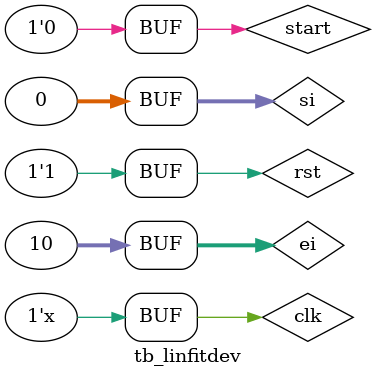
<source format=v>
`timescale 1ns / 100ps

module tb_linfitdev;

parameter clk_cycle = 2;

reg clk, rst;
always #(clk_cycle/2) clk = ~clk;

reg [31:0] si, ei;
reg start;
reg [31:0] data [0:9];
wire [31:0] index, deviation, mean, value;
wire done;

assign value = data[index];

LinFitDev dut(
  .Clk(clk), .Rst(rst),
  .si(si), .ei(ei),
  .index(index), .deviation(deviation), .mean(mean), .value(value),
  .start(start), .done(done)
);

initial
begin
  //Initialize
  si = 0;
  ei = 10;
  clk = 0;
  start = 0;
  rst = 0;
  data[0] = 33;
  data[1] = 23;
  data[2] = 15;
  data[3] = 12;
  data[4] = 82;
  data[5] = 64;
  data[6] = 53;
  data[7] = 58;
  data[8] = 66;
  data[9] = 39;

  #4
  rst = 1;
  #4

  start = 1;
  #4
  start = 0;
end

endmodule

</source>
